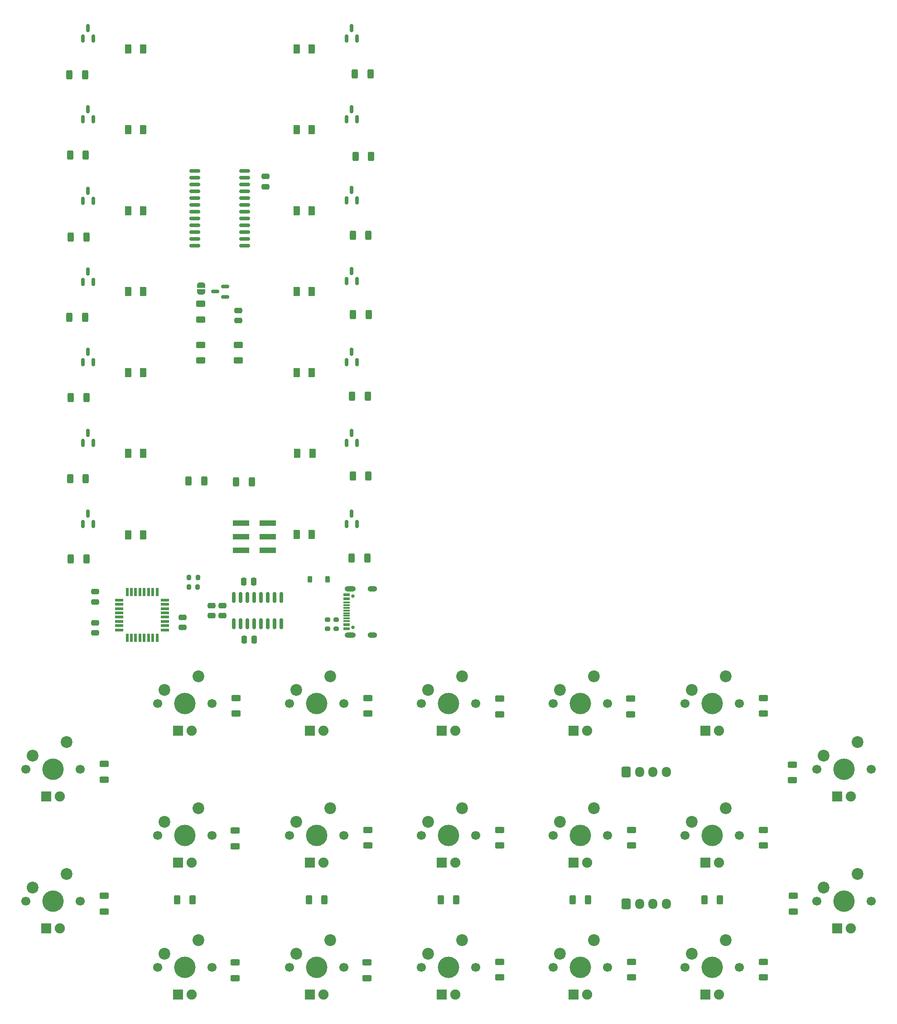
<source format=gts>
G04 #@! TF.GenerationSoftware,KiCad,Pcbnew,8.0.2*
G04 #@! TF.CreationDate,2024-07-05T12:49:49+02:00*
G04 #@! TF.ProjectId,Single_board,53696e67-6c65-45f6-926f-6172642e6b69,1.0.2*
G04 #@! TF.SameCoordinates,Original*
G04 #@! TF.FileFunction,Soldermask,Top*
G04 #@! TF.FilePolarity,Negative*
%FSLAX46Y46*%
G04 Gerber Fmt 4.6, Leading zero omitted, Abs format (unit mm)*
G04 Created by KiCad (PCBNEW 8.0.2) date 2024-07-05 12:49:49*
%MOMM*%
%LPD*%
G01*
G04 APERTURE LIST*
G04 Aperture macros list*
%AMRoundRect*
0 Rectangle with rounded corners*
0 $1 Rounding radius*
0 $2 $3 $4 $5 $6 $7 $8 $9 X,Y pos of 4 corners*
0 Add a 4 corners polygon primitive as box body*
4,1,4,$2,$3,$4,$5,$6,$7,$8,$9,$2,$3,0*
0 Add four circle primitives for the rounded corners*
1,1,$1+$1,$2,$3*
1,1,$1+$1,$4,$5*
1,1,$1+$1,$6,$7*
1,1,$1+$1,$8,$9*
0 Add four rect primitives between the rounded corners*
20,1,$1+$1,$2,$3,$4,$5,0*
20,1,$1+$1,$4,$5,$6,$7,0*
20,1,$1+$1,$6,$7,$8,$9,0*
20,1,$1+$1,$8,$9,$2,$3,0*%
%AMFreePoly0*
4,1,19,0.500000,-0.750000,0.000000,-0.750000,0.000000,-0.744911,-0.071157,-0.744911,-0.207708,-0.704816,-0.327430,-0.627875,-0.420627,-0.520320,-0.479746,-0.390866,-0.500000,-0.250000,-0.500000,0.250000,-0.479746,0.390866,-0.420627,0.520320,-0.327430,0.627875,-0.207708,0.704816,-0.071157,0.744911,0.000000,0.744911,0.000000,0.750000,0.500000,0.750000,0.500000,-0.750000,0.500000,-0.750000,
$1*%
%AMFreePoly1*
4,1,19,0.000000,0.744911,0.071157,0.744911,0.207708,0.704816,0.327430,0.627875,0.420627,0.520320,0.479746,0.390866,0.500000,0.250000,0.500000,-0.250000,0.479746,-0.390866,0.420627,-0.520320,0.327430,-0.627875,0.207708,-0.704816,0.071157,-0.744911,0.000000,-0.744911,0.000000,-0.750000,-0.500000,-0.750000,-0.500000,0.750000,0.000000,0.750000,0.000000,0.744911,0.000000,0.744911,
$1*%
G04 Aperture macros list end*
%ADD10RoundRect,0.225000X-0.225000X-0.375000X0.225000X-0.375000X0.225000X0.375000X-0.225000X0.375000X0*%
%ADD11RoundRect,0.250000X-0.475000X0.250000X-0.475000X-0.250000X0.475000X-0.250000X0.475000X0.250000X0*%
%ADD12C,1.905000*%
%ADD13R,1.905000X1.905000*%
%ADD14RoundRect,0.250000X-0.625000X0.312500X-0.625000X-0.312500X0.625000X-0.312500X0.625000X0.312500X0*%
%ADD15RoundRect,0.150000X0.150000X-0.587500X0.150000X0.587500X-0.150000X0.587500X-0.150000X-0.587500X0*%
%ADD16RoundRect,0.250000X-0.312500X-0.625000X0.312500X-0.625000X0.312500X0.625000X-0.312500X0.625000X0*%
%ADD17RoundRect,0.250000X-0.375000X-0.625000X0.375000X-0.625000X0.375000X0.625000X-0.375000X0.625000X0*%
%ADD18RoundRect,0.250000X0.375000X0.625000X-0.375000X0.625000X-0.375000X-0.625000X0.375000X-0.625000X0*%
%ADD19C,1.700000*%
%ADD20C,4.000000*%
%ADD21C,2.200000*%
%ADD22RoundRect,0.250000X0.312500X0.625000X-0.312500X0.625000X-0.312500X-0.625000X0.312500X-0.625000X0*%
%ADD23RoundRect,0.200000X0.275000X-0.200000X0.275000X0.200000X-0.275000X0.200000X-0.275000X-0.200000X0*%
%ADD24RoundRect,0.250000X0.625000X-0.312500X0.625000X0.312500X-0.625000X0.312500X-0.625000X-0.312500X0*%
%ADD25FreePoly0,270.000000*%
%ADD26FreePoly1,270.000000*%
%ADD27RoundRect,0.150000X-0.875000X-0.150000X0.875000X-0.150000X0.875000X0.150000X-0.875000X0.150000X0*%
%ADD28RoundRect,0.250000X0.250000X0.475000X-0.250000X0.475000X-0.250000X-0.475000X0.250000X-0.475000X0*%
%ADD29RoundRect,0.250000X0.475000X-0.250000X0.475000X0.250000X-0.475000X0.250000X-0.475000X-0.250000X0*%
%ADD30RoundRect,0.150000X0.150000X-0.825000X0.150000X0.825000X-0.150000X0.825000X-0.150000X-0.825000X0*%
%ADD31RoundRect,0.200000X-0.200000X-0.275000X0.200000X-0.275000X0.200000X0.275000X-0.200000X0.275000X0*%
%ADD32RoundRect,0.150000X0.587500X0.150000X-0.587500X0.150000X-0.587500X-0.150000X0.587500X-0.150000X0*%
%ADD33R,3.150000X1.000000*%
%ADD34O,1.800000X1.000000*%
%ADD35O,2.100000X1.000000*%
%ADD36R,1.240000X0.600000*%
%ADD37R,1.240000X0.300000*%
%ADD38C,0.650000*%
%ADD39R,1.600000X0.550000*%
%ADD40R,0.550000X1.600000*%
%ADD41RoundRect,0.250000X-0.600000X-0.725000X0.600000X-0.725000X0.600000X0.725000X-0.600000X0.725000X0*%
%ADD42O,1.700000X1.950000*%
G04 APERTURE END LIST*
D10*
X181763400Y-143129000D03*
X185063400Y-143129000D03*
D11*
X165400000Y-148050000D03*
X165400000Y-149950000D03*
D12*
X159678000Y-171413700D03*
D13*
X157138000Y-171413700D03*
D14*
X161380000Y-91675000D03*
X161380000Y-94600000D03*
D15*
X139362000Y-102546500D03*
X141262000Y-102546500D03*
X140312000Y-100671500D03*
D12*
X282868000Y-183732700D03*
D13*
X280328000Y-183732700D03*
D16*
X137071500Y-79257000D03*
X139996500Y-79257000D03*
D17*
X147802000Y-44078000D03*
X150602000Y-44078000D03*
D18*
X182134500Y-134756000D03*
X179334500Y-134756000D03*
D15*
X139362000Y-117659500D03*
X141262000Y-117659500D03*
X140312000Y-115784500D03*
D14*
X192443000Y-214682500D03*
X192443000Y-217607500D03*
D19*
X227242000Y-190942000D03*
D20*
X232322000Y-190942000D03*
D19*
X237402000Y-190942000D03*
D21*
X234862000Y-185862000D03*
X228512000Y-188402000D03*
D22*
X192701500Y-123834000D03*
X189776500Y-123834000D03*
X159870500Y-203007000D03*
X156945500Y-203007000D03*
D18*
X182098000Y-74304000D03*
X179298000Y-74304000D03*
D14*
X143294000Y-177598500D03*
X143294000Y-180523500D03*
X241846000Y-214555500D03*
X241846000Y-217480500D03*
D22*
X193082500Y-48777000D03*
X190157500Y-48777000D03*
X192763000Y-93735000D03*
X189838000Y-93735000D03*
D14*
X217208000Y-214555500D03*
X217208000Y-217480500D03*
D15*
X188638000Y-102546500D03*
X190538000Y-102546500D03*
X189588000Y-100671500D03*
X139362000Y-57202000D03*
X141262000Y-57202000D03*
X140312000Y-55327000D03*
D22*
X192701500Y-78876000D03*
X189776500Y-78876000D03*
D23*
X186639600Y-152364600D03*
X186639600Y-150714600D03*
D19*
X128690000Y-203261000D03*
D20*
X133770000Y-203261000D03*
D19*
X138850000Y-203261000D03*
D21*
X136310000Y-198181000D03*
X129960000Y-200721000D03*
D22*
X209146500Y-203007000D03*
X206221500Y-203007000D03*
X258422500Y-203007000D03*
X255497500Y-203007000D03*
D17*
X147802000Y-89417000D03*
X150602000Y-89417000D03*
D12*
X233592000Y-196022000D03*
D13*
X231052000Y-196022000D03*
D18*
X182134500Y-59191000D03*
X179334500Y-59191000D03*
D19*
X128690000Y-178623000D03*
D20*
X133770000Y-178623000D03*
D19*
X138850000Y-178623000D03*
D21*
X136310000Y-173543000D03*
X129960000Y-176083000D03*
D24*
X266484000Y-192842500D03*
X266484000Y-189917500D03*
D19*
X202604000Y-166304000D03*
D20*
X207684000Y-166304000D03*
D19*
X212764000Y-166304000D03*
D21*
X210224000Y-161224000D03*
X203874000Y-163764000D03*
D12*
X208954000Y-171384000D03*
D13*
X206414000Y-171384000D03*
D15*
X188638000Y-132772500D03*
X190538000Y-132772500D03*
X189588000Y-130897500D03*
D24*
X271953000Y-180651500D03*
X271953000Y-177726500D03*
D19*
X153328000Y-190942000D03*
D20*
X158408000Y-190942000D03*
D19*
X163488000Y-190942000D03*
D21*
X160948000Y-185862000D03*
X154598000Y-188402000D03*
D12*
X258230000Y-220689700D03*
D13*
X255690000Y-220689700D03*
D15*
X188638000Y-72326000D03*
X190538000Y-72326000D03*
X189588000Y-70451000D03*
D25*
X161400000Y-88150000D03*
D26*
X161400000Y-89450000D03*
D12*
X184316000Y-171384000D03*
D13*
X181776000Y-171384000D03*
D24*
X241719000Y-168331500D03*
X241719000Y-165406500D03*
D22*
X193209500Y-64144000D03*
X190284500Y-64144000D03*
D12*
X184316000Y-196022000D03*
D13*
X181776000Y-196022000D03*
D12*
X258230000Y-171413700D03*
D13*
X255690000Y-171413700D03*
D19*
X251880000Y-190942000D03*
D20*
X256960000Y-190942000D03*
D19*
X262040000Y-190942000D03*
D21*
X259500000Y-185862000D03*
X253150000Y-188402000D03*
D19*
X177966000Y-190942000D03*
D20*
X183046000Y-190942000D03*
D19*
X188126000Y-190942000D03*
D21*
X185586000Y-185862000D03*
X179236000Y-188402000D03*
D19*
X251880000Y-166304000D03*
D20*
X256960000Y-166304000D03*
D19*
X262040000Y-166304000D03*
D21*
X259500000Y-161224000D03*
X253150000Y-163764000D03*
D16*
X136817500Y-94243000D03*
X139742500Y-94243000D03*
D14*
X266484000Y-214555500D03*
X266484000Y-217480500D03*
D27*
X160253000Y-66813000D03*
X160253000Y-68083000D03*
X160253000Y-69353000D03*
X160253000Y-70623000D03*
X160253000Y-71893000D03*
X160253000Y-73163000D03*
X160253000Y-74433000D03*
X160253000Y-75703000D03*
X160253000Y-76973000D03*
X160253000Y-78243000D03*
X160253000Y-79513000D03*
X160253000Y-80783000D03*
X169553000Y-80783000D03*
X169553000Y-79513000D03*
X169553000Y-78243000D03*
X169553000Y-76973000D03*
X169553000Y-75703000D03*
X169553000Y-74433000D03*
X169553000Y-73163000D03*
X169553000Y-71893000D03*
X169553000Y-70623000D03*
X169553000Y-69353000D03*
X169553000Y-68083000D03*
X169553000Y-66813000D03*
D28*
X171350000Y-154400000D03*
X169450000Y-154400000D03*
D29*
X141600000Y-153150000D03*
X141600000Y-151250000D03*
D14*
X143294000Y-202236500D03*
X143294000Y-205161500D03*
D11*
X141600000Y-145450000D03*
X141600000Y-147350000D03*
D30*
X167555000Y-151475000D03*
X168825000Y-151475000D03*
X170095000Y-151475000D03*
X171365000Y-151475000D03*
X172635000Y-151475000D03*
X173905000Y-151475000D03*
X175175000Y-151475000D03*
X176445000Y-151475000D03*
X176445000Y-146525000D03*
X175175000Y-146525000D03*
X173905000Y-146525000D03*
X172635000Y-146525000D03*
X171365000Y-146525000D03*
X170095000Y-146525000D03*
X168825000Y-146525000D03*
X167555000Y-146525000D03*
D12*
X208954000Y-220660000D03*
D13*
X206414000Y-220660000D03*
D14*
X167805000Y-214682500D03*
X167805000Y-217607500D03*
D15*
X188638000Y-87433500D03*
X190538000Y-87433500D03*
X189588000Y-85558500D03*
D19*
X251880000Y-215580000D03*
D20*
X256960000Y-215580000D03*
D19*
X262040000Y-215580000D03*
D21*
X259500000Y-210500000D03*
X253150000Y-213040000D03*
D19*
X202604000Y-190942000D03*
D20*
X207684000Y-190942000D03*
D19*
X212764000Y-190942000D03*
D21*
X210224000Y-185862000D03*
X203874000Y-188402000D03*
D15*
X188638000Y-57207500D03*
X190538000Y-57207500D03*
X189588000Y-55332500D03*
D12*
X135040000Y-208341000D03*
D13*
X132500000Y-208341000D03*
D24*
X167932000Y-168204500D03*
X167932000Y-165279500D03*
D19*
X227242000Y-166304000D03*
D20*
X232322000Y-166304000D03*
D19*
X237402000Y-166304000D03*
D21*
X234862000Y-161224000D03*
X228512000Y-163764000D03*
D22*
X233784500Y-203007000D03*
X230859500Y-203007000D03*
D24*
X217208000Y-168331500D03*
X217208000Y-165406500D03*
X167805000Y-192969500D03*
X167805000Y-190044500D03*
D29*
X158000000Y-152150000D03*
X158000000Y-150250000D03*
D31*
X159150000Y-144600000D03*
X160800000Y-144600000D03*
D11*
X163400000Y-148050000D03*
X163400000Y-149950000D03*
D12*
X282868000Y-208341000D03*
D13*
X280328000Y-208341000D03*
D24*
X192570000Y-192842500D03*
X192570000Y-189917500D03*
D19*
X202604000Y-215580000D03*
D20*
X207684000Y-215580000D03*
D19*
X212764000Y-215580000D03*
D21*
X210224000Y-210500000D03*
X203874000Y-213040000D03*
D31*
X159175000Y-142800000D03*
X160825000Y-142800000D03*
D19*
X177966000Y-166304000D03*
D20*
X183046000Y-166304000D03*
D19*
X188126000Y-166304000D03*
D21*
X185586000Y-161224000D03*
X179236000Y-163764000D03*
D28*
X171300000Y-143600000D03*
X169400000Y-143600000D03*
D32*
X165937500Y-90350000D03*
X165937500Y-88450000D03*
X164062500Y-89400000D03*
D15*
X188638000Y-42100000D03*
X190538000Y-42100000D03*
X189588000Y-40225000D03*
D12*
X233592000Y-220689700D03*
D13*
X231052000Y-220689700D03*
D18*
X182098000Y-44078000D03*
X179298000Y-44078000D03*
D17*
X147802000Y-74304000D03*
X150602000Y-74304000D03*
X147802000Y-134883000D03*
X150602000Y-134883000D03*
D16*
X167955500Y-124917200D03*
X170880500Y-124917200D03*
D15*
X139362000Y-42100000D03*
X141262000Y-42100000D03*
X140312000Y-40225000D03*
D17*
X147802000Y-104530000D03*
X150602000Y-104530000D03*
D12*
X258230000Y-196051700D03*
D13*
X255690000Y-196051700D03*
D33*
X168875000Y-132660000D03*
X173925000Y-132660000D03*
X168875000Y-135200000D03*
X173925000Y-135200000D03*
X168875000Y-137740000D03*
X173925000Y-137740000D03*
D29*
X168400000Y-94800000D03*
X168400000Y-92900000D03*
D15*
X139362000Y-132772500D03*
X141262000Y-132772500D03*
X140312000Y-130897500D03*
D22*
X161990500Y-124790200D03*
X159065500Y-124790200D03*
D11*
X173470000Y-67880000D03*
X173470000Y-69780000D03*
D14*
X168370000Y-99337500D03*
X168370000Y-102262500D03*
D24*
X241846000Y-192842500D03*
X241846000Y-189917500D03*
D18*
X182134500Y-89417000D03*
X179334500Y-89417000D03*
D24*
X192570000Y-168204500D03*
X192570000Y-165279500D03*
D18*
X182098000Y-104530000D03*
X179298000Y-104530000D03*
D16*
X136944500Y-63890000D03*
X139869500Y-63890000D03*
D24*
X161380000Y-102262500D03*
X161380000Y-99337500D03*
D12*
X233592000Y-171384000D03*
D13*
X231052000Y-171384000D03*
D17*
X147802000Y-59191000D03*
X150602000Y-59191000D03*
D12*
X159678000Y-196022000D03*
D13*
X157138000Y-196022000D03*
D17*
X147802000Y-119643000D03*
X150602000Y-119643000D03*
D12*
X184316000Y-220689700D03*
D13*
X181776000Y-220689700D03*
D34*
X193454600Y-144879600D03*
D35*
X189254600Y-144879600D03*
D34*
X193454600Y-153519600D03*
D35*
X189254600Y-153519600D03*
D36*
X188654600Y-152399600D03*
X188654600Y-151599600D03*
D37*
X188654600Y-150949600D03*
X188654600Y-149949600D03*
X188654600Y-148449600D03*
X188654600Y-147449600D03*
D36*
X188654600Y-146799600D03*
X188654600Y-145999600D03*
X188654600Y-145999600D03*
X188654600Y-146799600D03*
D37*
X188654600Y-147949600D03*
X188654600Y-148949600D03*
X188654600Y-149449600D03*
X188654600Y-150449600D03*
D36*
X188654600Y-151599600D03*
X188654600Y-152399600D03*
D38*
X189774600Y-146309600D03*
X189774600Y-152089600D03*
D23*
X185039600Y-152364600D03*
X185039600Y-150714600D03*
D14*
X272080000Y-202237500D03*
X272080000Y-205162500D03*
D19*
X177966000Y-215580000D03*
D20*
X183046000Y-215580000D03*
D19*
X188126000Y-215580000D03*
D21*
X185586000Y-210500000D03*
X179236000Y-213040000D03*
D16*
X136944500Y-124342000D03*
X139869500Y-124342000D03*
D19*
X276518000Y-203261000D03*
D20*
X281598000Y-203261000D03*
D19*
X286678000Y-203261000D03*
D21*
X284138000Y-198181000D03*
X277788000Y-200721000D03*
D24*
X217208000Y-192842500D03*
X217208000Y-189917500D03*
D19*
X153328000Y-166304000D03*
D20*
X158408000Y-166304000D03*
D19*
X163488000Y-166304000D03*
D21*
X160948000Y-161224000D03*
X154598000Y-163764000D03*
D18*
X182225000Y-119643000D03*
X179425000Y-119643000D03*
D12*
X208954000Y-196022000D03*
D13*
X206414000Y-196022000D03*
D19*
X153328000Y-215580000D03*
D20*
X158408000Y-215580000D03*
D19*
X163488000Y-215580000D03*
D21*
X160948000Y-210500000D03*
X154598000Y-213040000D03*
D16*
X137071500Y-109229000D03*
X139996500Y-109229000D03*
D22*
X184508500Y-203007000D03*
X181583500Y-203007000D03*
D15*
X139362000Y-72447500D03*
X141262000Y-72447500D03*
X140312000Y-70572500D03*
D24*
X266484000Y-168204500D03*
X266484000Y-165279500D03*
D16*
X136817500Y-48904000D03*
X139742500Y-48904000D03*
D12*
X159678000Y-220660000D03*
D13*
X157138000Y-220660000D03*
D15*
X188638000Y-117659500D03*
X190538000Y-117659500D03*
X189588000Y-115784500D03*
D12*
X135040000Y-183703000D03*
D13*
X132500000Y-183703000D03*
D16*
X137071500Y-139328000D03*
X139996500Y-139328000D03*
D39*
X146150000Y-147000000D03*
X146150000Y-147800000D03*
X146150000Y-148600000D03*
X146150000Y-149400000D03*
X146150000Y-150200000D03*
X146150000Y-151000000D03*
X146150000Y-151800000D03*
X146150000Y-152600000D03*
D40*
X147600000Y-154050000D03*
X148400000Y-154050000D03*
X149200000Y-154050000D03*
X150000000Y-154050000D03*
X150800000Y-154050000D03*
X151600000Y-154050000D03*
X152400000Y-154050000D03*
X153200000Y-154050000D03*
D39*
X154650000Y-152600000D03*
X154650000Y-151800000D03*
X154650000Y-151000000D03*
X154650000Y-150200000D03*
X154650000Y-149400000D03*
X154650000Y-148600000D03*
X154650000Y-147800000D03*
X154650000Y-147000000D03*
D40*
X153200000Y-145550000D03*
X152400000Y-145550000D03*
X151600000Y-145550000D03*
X150800000Y-145550000D03*
X150000000Y-145550000D03*
X149200000Y-145550000D03*
X148400000Y-145550000D03*
X147600000Y-145550000D03*
D22*
X192574500Y-108975000D03*
X189649500Y-108975000D03*
D19*
X276518000Y-178623000D03*
D20*
X281598000Y-178623000D03*
D19*
X286678000Y-178623000D03*
D21*
X284138000Y-173543000D03*
X277788000Y-176083000D03*
D19*
X227242000Y-215580000D03*
D20*
X232322000Y-215580000D03*
D19*
X237402000Y-215580000D03*
D21*
X234862000Y-210500000D03*
X228512000Y-213040000D03*
D22*
X192509000Y-139201000D03*
X189584000Y-139201000D03*
D15*
X139362000Y-87560500D03*
X141262000Y-87560500D03*
X140312000Y-85685500D03*
D41*
X240891000Y-179148000D03*
D42*
X243391000Y-179148000D03*
X245891000Y-179148000D03*
X248391000Y-179148000D03*
D41*
X240891000Y-203786000D03*
D42*
X243391000Y-203786000D03*
X245891000Y-203786000D03*
X248391000Y-203786000D03*
M02*

</source>
